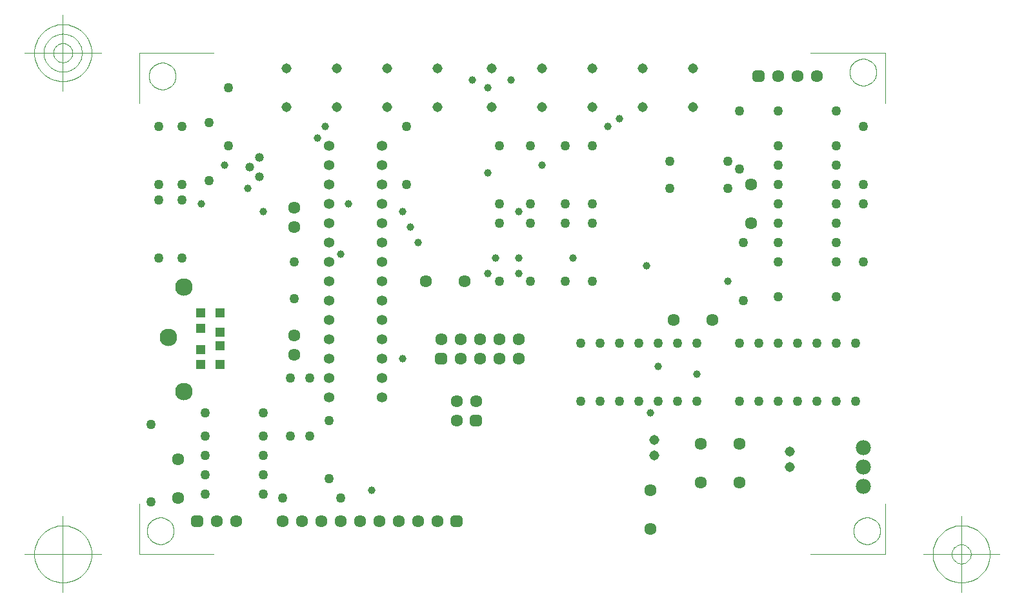
<source format=gbr>
G04 Generated by Ultiboard *
%FSLAX25Y25*%
%MOIN*%

%ADD10C,0.00004*%
%ADD12C,0.00394*%
%ADD13C,0.03937*%
%ADD14C,0.06334*%
%ADD17C,0.05000*%
%ADD18C,0.05166*%
%ADD24R,0.04943X0.04943*%
%ADD20C,0.09055*%
%ADD21C,0.05337*%
%ADD15R,0.02083X0.02083*%
%ADD16C,0.03917*%
%ADD22C,0.04666*%
%ADD23C,0.07834*%


%LNSolder Mask Top*%
%LPD*%
%FSLAX25Y25*%
%MOIN*%
G54D10*
X267890Y7000D02*
X267857Y7675D01*
X267857Y7675D02*
X267757Y8344D01*
X267757Y8344D02*
X267593Y9000D01*
X267593Y9000D02*
X267365Y9637D01*
X267365Y9637D02*
X267076Y10248D01*
X267076Y10248D02*
X266729Y10828D01*
X266729Y10828D02*
X266326Y11371D01*
X266326Y11371D02*
X265872Y11872D01*
X265872Y11872D02*
X265371Y12326D01*
X265371Y12326D02*
X264828Y12729D01*
X264828Y12729D02*
X264248Y13076D01*
X264248Y13076D02*
X263637Y13365D01*
X263637Y13365D02*
X263000Y13593D01*
X263000Y13593D02*
X262344Y13757D01*
X262344Y13757D02*
X261675Y13857D01*
X261675Y13857D02*
X261000Y13890D01*
X261000Y13890D02*
X260325Y13857D01*
X260325Y13857D02*
X259656Y13757D01*
X259656Y13757D02*
X259000Y13593D01*
X259000Y13593D02*
X258363Y13365D01*
X258363Y13365D02*
X257752Y13076D01*
X257752Y13076D02*
X257172Y12729D01*
X257172Y12729D02*
X256629Y12326D01*
X256629Y12326D02*
X256128Y11872D01*
X256128Y11872D02*
X255674Y11371D01*
X255674Y11371D02*
X255271Y10828D01*
X255271Y10828D02*
X254924Y10248D01*
X254924Y10248D02*
X254635Y9637D01*
X254635Y9637D02*
X254407Y9000D01*
X254407Y9000D02*
X254243Y8344D01*
X254243Y8344D02*
X254143Y7675D01*
X254143Y7675D02*
X254110Y7000D01*
X254110Y7000D02*
X254143Y6325D01*
X254143Y6325D02*
X254243Y5656D01*
X254243Y5656D02*
X254407Y5000D01*
X254407Y5000D02*
X254635Y4363D01*
X254635Y4363D02*
X254924Y3752D01*
X254924Y3752D02*
X255271Y3172D01*
X255271Y3172D02*
X255674Y2629D01*
X255674Y2629D02*
X256128Y2128D01*
X256128Y2128D02*
X256629Y1674D01*
X256629Y1674D02*
X257172Y1271D01*
X257172Y1271D02*
X257752Y924D01*
X257752Y924D02*
X258363Y635D01*
X258363Y635D02*
X259000Y407D01*
X259000Y407D02*
X259656Y243D01*
X259656Y243D02*
X260325Y143D01*
X260325Y143D02*
X261000Y110D01*
X261000Y110D02*
X261675Y143D01*
X261675Y143D02*
X262344Y243D01*
X262344Y243D02*
X263000Y407D01*
X263000Y407D02*
X263637Y635D01*
X263637Y635D02*
X264248Y924D01*
X264248Y924D02*
X264828Y1271D01*
X264828Y1271D02*
X265371Y1674D01*
X265371Y1674D02*
X265872Y2128D01*
X265872Y2128D02*
X266326Y2629D01*
X266326Y2629D02*
X266729Y3172D01*
X266729Y3172D02*
X267076Y3752D01*
X267076Y3752D02*
X267365Y4363D01*
X267365Y4363D02*
X267593Y5000D01*
X267593Y5000D02*
X267757Y5656D01*
X267757Y5656D02*
X267857Y6325D01*
X267857Y6325D02*
X267890Y7000D01*
X268890Y242000D02*
X268857Y242675D01*
X268857Y242675D02*
X268757Y243344D01*
X268757Y243344D02*
X268593Y244000D01*
X268593Y244000D02*
X268365Y244637D01*
X268365Y244637D02*
X268076Y245248D01*
X268076Y245248D02*
X267729Y245828D01*
X267729Y245828D02*
X267326Y246371D01*
X267326Y246371D02*
X266872Y246872D01*
X266872Y246872D02*
X266371Y247326D01*
X266371Y247326D02*
X265828Y247729D01*
X265828Y247729D02*
X265248Y248076D01*
X265248Y248076D02*
X264637Y248365D01*
X264637Y248365D02*
X264000Y248593D01*
X264000Y248593D02*
X263344Y248757D01*
X263344Y248757D02*
X262675Y248857D01*
X262675Y248857D02*
X262000Y248890D01*
X262000Y248890D02*
X261325Y248857D01*
X261325Y248857D02*
X260656Y248757D01*
X260656Y248757D02*
X260000Y248593D01*
X260000Y248593D02*
X259363Y248365D01*
X259363Y248365D02*
X258752Y248076D01*
X258752Y248076D02*
X258172Y247729D01*
X258172Y247729D02*
X257629Y247326D01*
X257629Y247326D02*
X257128Y246872D01*
X257128Y246872D02*
X256674Y246371D01*
X256674Y246371D02*
X256271Y245828D01*
X256271Y245828D02*
X255924Y245248D01*
X255924Y245248D02*
X255635Y244637D01*
X255635Y244637D02*
X255407Y244000D01*
X255407Y244000D02*
X255243Y243344D01*
X255243Y243344D02*
X255143Y242675D01*
X255143Y242675D02*
X255110Y242000D01*
X255110Y242000D02*
X255143Y241325D01*
X255143Y241325D02*
X255243Y240656D01*
X255243Y240656D02*
X255407Y240000D01*
X255407Y240000D02*
X255635Y239363D01*
X255635Y239363D02*
X255924Y238752D01*
X255924Y238752D02*
X256271Y238172D01*
X256271Y238172D02*
X256674Y237629D01*
X256674Y237629D02*
X257128Y237128D01*
X257128Y237128D02*
X257629Y236674D01*
X257629Y236674D02*
X258172Y236271D01*
X258172Y236271D02*
X258752Y235924D01*
X258752Y235924D02*
X259363Y235635D01*
X259363Y235635D02*
X260000Y235407D01*
X260000Y235407D02*
X260656Y235243D01*
X260656Y235243D02*
X261325Y235143D01*
X261325Y235143D02*
X262000Y235110D01*
X262000Y235110D02*
X262675Y235143D01*
X262675Y235143D02*
X263344Y235243D01*
X263344Y235243D02*
X264000Y235407D01*
X264000Y235407D02*
X264637Y235635D01*
X264637Y235635D02*
X265248Y235924D01*
X265248Y235924D02*
X265828Y236271D01*
X265828Y236271D02*
X266371Y236674D01*
X266371Y236674D02*
X266872Y237128D01*
X266872Y237128D02*
X267326Y237629D01*
X267326Y237629D02*
X267729Y238172D01*
X267729Y238172D02*
X268076Y238752D01*
X268076Y238752D02*
X268365Y239363D01*
X268365Y239363D02*
X268593Y240000D01*
X268593Y240000D02*
X268757Y240656D01*
X268757Y240656D02*
X268857Y241325D01*
X268857Y241325D02*
X268890Y242000D01*
X632890Y7000D02*
X632857Y7675D01*
X632857Y7675D02*
X632757Y8344D01*
X632757Y8344D02*
X632593Y9000D01*
X632593Y9000D02*
X632365Y9637D01*
X632365Y9637D02*
X632076Y10248D01*
X632076Y10248D02*
X631729Y10828D01*
X631729Y10828D02*
X631326Y11371D01*
X631326Y11371D02*
X630872Y11872D01*
X630872Y11872D02*
X630371Y12326D01*
X630371Y12326D02*
X629828Y12729D01*
X629828Y12729D02*
X629248Y13076D01*
X629248Y13076D02*
X628637Y13365D01*
X628637Y13365D02*
X628000Y13593D01*
X628000Y13593D02*
X627344Y13757D01*
X627344Y13757D02*
X626675Y13857D01*
X626675Y13857D02*
X626000Y13890D01*
X626000Y13890D02*
X625325Y13857D01*
X625325Y13857D02*
X624656Y13757D01*
X624656Y13757D02*
X624000Y13593D01*
X624000Y13593D02*
X623363Y13365D01*
X623363Y13365D02*
X622752Y13076D01*
X622752Y13076D02*
X622172Y12729D01*
X622172Y12729D02*
X621629Y12326D01*
X621629Y12326D02*
X621128Y11872D01*
X621128Y11872D02*
X620674Y11371D01*
X620674Y11371D02*
X620271Y10828D01*
X620271Y10828D02*
X619924Y10248D01*
X619924Y10248D02*
X619635Y9637D01*
X619635Y9637D02*
X619407Y9000D01*
X619407Y9000D02*
X619243Y8344D01*
X619243Y8344D02*
X619143Y7675D01*
X619143Y7675D02*
X619110Y7000D01*
X619110Y7000D02*
X619143Y6325D01*
X619143Y6325D02*
X619243Y5656D01*
X619243Y5656D02*
X619407Y5000D01*
X619407Y5000D02*
X619635Y4363D01*
X619635Y4363D02*
X619924Y3752D01*
X619924Y3752D02*
X620271Y3172D01*
X620271Y3172D02*
X620674Y2629D01*
X620674Y2629D02*
X621128Y2128D01*
X621128Y2128D02*
X621629Y1674D01*
X621629Y1674D02*
X622172Y1271D01*
X622172Y1271D02*
X622752Y924D01*
X622752Y924D02*
X623363Y635D01*
X623363Y635D02*
X624000Y407D01*
X624000Y407D02*
X624656Y243D01*
X624656Y243D02*
X625325Y143D01*
X625325Y143D02*
X626000Y110D01*
X626000Y110D02*
X626675Y143D01*
X626675Y143D02*
X627344Y243D01*
X627344Y243D02*
X628000Y407D01*
X628000Y407D02*
X628637Y635D01*
X628637Y635D02*
X629248Y924D01*
X629248Y924D02*
X629828Y1271D01*
X629828Y1271D02*
X630371Y1674D01*
X630371Y1674D02*
X630872Y2128D01*
X630872Y2128D02*
X631326Y2629D01*
X631326Y2629D02*
X631729Y3172D01*
X631729Y3172D02*
X632076Y3752D01*
X632076Y3752D02*
X632365Y4363D01*
X632365Y4363D02*
X632593Y5000D01*
X632593Y5000D02*
X632757Y5656D01*
X632757Y5656D02*
X632857Y6325D01*
X632857Y6325D02*
X632890Y7000D01*
X630890Y244000D02*
X630857Y244675D01*
X630857Y244675D02*
X630757Y245344D01*
X630757Y245344D02*
X630593Y246000D01*
X630593Y246000D02*
X630365Y246637D01*
X630365Y246637D02*
X630076Y247248D01*
X630076Y247248D02*
X629729Y247828D01*
X629729Y247828D02*
X629326Y248371D01*
X629326Y248371D02*
X628872Y248872D01*
X628872Y248872D02*
X628371Y249326D01*
X628371Y249326D02*
X627828Y249729D01*
X627828Y249729D02*
X627248Y250076D01*
X627248Y250076D02*
X626637Y250365D01*
X626637Y250365D02*
X626000Y250593D01*
X626000Y250593D02*
X625344Y250757D01*
X625344Y250757D02*
X624675Y250857D01*
X624675Y250857D02*
X624000Y250890D01*
X624000Y250890D02*
X623325Y250857D01*
X623325Y250857D02*
X622656Y250757D01*
X622656Y250757D02*
X622000Y250593D01*
X622000Y250593D02*
X621363Y250365D01*
X621363Y250365D02*
X620752Y250076D01*
X620752Y250076D02*
X620172Y249729D01*
X620172Y249729D02*
X619629Y249326D01*
X619629Y249326D02*
X619128Y248872D01*
X619128Y248872D02*
X618674Y248371D01*
X618674Y248371D02*
X618271Y247828D01*
X618271Y247828D02*
X617924Y247248D01*
X617924Y247248D02*
X617635Y246637D01*
X617635Y246637D02*
X617407Y246000D01*
X617407Y246000D02*
X617243Y245344D01*
X617243Y245344D02*
X617143Y244675D01*
X617143Y244675D02*
X617110Y244000D01*
X617110Y244000D02*
X617143Y243325D01*
X617143Y243325D02*
X617243Y242656D01*
X617243Y242656D02*
X617407Y242000D01*
X617407Y242000D02*
X617635Y241363D01*
X617635Y241363D02*
X617924Y240752D01*
X617924Y240752D02*
X618271Y240172D01*
X618271Y240172D02*
X618674Y239629D01*
X618674Y239629D02*
X619128Y239128D01*
X619128Y239128D02*
X619629Y238674D01*
X619629Y238674D02*
X620172Y238271D01*
X620172Y238271D02*
X620752Y237924D01*
X620752Y237924D02*
X621363Y237635D01*
X621363Y237635D02*
X622000Y237407D01*
X622000Y237407D02*
X622656Y237243D01*
X622656Y237243D02*
X623325Y237143D01*
X623325Y237143D02*
X624000Y237110D01*
X624000Y237110D02*
X624675Y237143D01*
X624675Y237143D02*
X625344Y237243D01*
X625344Y237243D02*
X626000Y237407D01*
X626000Y237407D02*
X626637Y237635D01*
X626637Y237635D02*
X627248Y237924D01*
X627248Y237924D02*
X627828Y238271D01*
X627828Y238271D02*
X628371Y238674D01*
X628371Y238674D02*
X628872Y239128D01*
X628872Y239128D02*
X629326Y239629D01*
X629326Y239629D02*
X629729Y240172D01*
X629729Y240172D02*
X630076Y240752D01*
X630076Y240752D02*
X630365Y241363D01*
X630365Y241363D02*
X630593Y242000D01*
X630593Y242000D02*
X630757Y242656D01*
X630757Y242656D02*
X630857Y243325D01*
X630857Y243325D02*
X630890Y244000D01*
G54D12*
X250000Y-5000D02*
X250000Y20900D01*
X250000Y-5000D02*
X288541Y-5000D01*
X635413Y-5000D02*
X596872Y-5000D01*
X635413Y-5000D02*
X635413Y20900D01*
X635413Y254000D02*
X635413Y228100D01*
X635413Y254000D02*
X596872Y254000D01*
X250000Y254000D02*
X288541Y254000D01*
X250000Y254000D02*
X250000Y228100D01*
X230315Y-5000D02*
X190945Y-5000D01*
X210630Y-24685D02*
X210630Y14685D01*
X225394Y-5000D02*
X225323Y-3553D01*
X225323Y-3553D02*
X225110Y-2120D01*
X225110Y-2120D02*
X224758Y-714D01*
X224758Y-714D02*
X224270Y650D01*
X224270Y650D02*
X223650Y1960D01*
X223650Y1960D02*
X222906Y3202D01*
X222906Y3202D02*
X222042Y4366D01*
X222042Y4366D02*
X221069Y5440D01*
X221069Y5440D02*
X219996Y6413D01*
X219996Y6413D02*
X218832Y7276D01*
X218832Y7276D02*
X217590Y8020D01*
X217590Y8020D02*
X216280Y8640D01*
X216280Y8640D02*
X214916Y9128D01*
X214916Y9128D02*
X213510Y9480D01*
X213510Y9480D02*
X212077Y9693D01*
X212077Y9693D02*
X210630Y9764D01*
X210630Y9764D02*
X209183Y9693D01*
X209183Y9693D02*
X207750Y9480D01*
X207750Y9480D02*
X206344Y9128D01*
X206344Y9128D02*
X204980Y8640D01*
X204980Y8640D02*
X203670Y8020D01*
X203670Y8020D02*
X202428Y7276D01*
X202428Y7276D02*
X201264Y6413D01*
X201264Y6413D02*
X200190Y5440D01*
X200190Y5440D02*
X199217Y4366D01*
X199217Y4366D02*
X198354Y3202D01*
X198354Y3202D02*
X197609Y1960D01*
X197609Y1960D02*
X196990Y650D01*
X196990Y650D02*
X196502Y-714D01*
X196502Y-714D02*
X196150Y-2120D01*
X196150Y-2120D02*
X195937Y-3553D01*
X195937Y-3553D02*
X195866Y-5000D01*
X195866Y-5000D02*
X195937Y-6447D01*
X195937Y-6447D02*
X196150Y-7880D01*
X196150Y-7880D02*
X196502Y-9286D01*
X196502Y-9286D02*
X196990Y-10650D01*
X196990Y-10650D02*
X197609Y-11960D01*
X197609Y-11960D02*
X198354Y-13202D01*
X198354Y-13202D02*
X199217Y-14366D01*
X199217Y-14366D02*
X200190Y-15440D01*
X200190Y-15440D02*
X201264Y-16413D01*
X201264Y-16413D02*
X202428Y-17276D01*
X202428Y-17276D02*
X203670Y-18020D01*
X203670Y-18020D02*
X204980Y-18640D01*
X204980Y-18640D02*
X206344Y-19128D01*
X206344Y-19128D02*
X207750Y-19480D01*
X207750Y-19480D02*
X209183Y-19693D01*
X209183Y-19693D02*
X210630Y-19764D01*
X210630Y-19764D02*
X212077Y-19693D01*
X212077Y-19693D02*
X213510Y-19480D01*
X213510Y-19480D02*
X214916Y-19128D01*
X214916Y-19128D02*
X216280Y-18640D01*
X216280Y-18640D02*
X217590Y-18020D01*
X217590Y-18020D02*
X218832Y-17276D01*
X218832Y-17276D02*
X219996Y-16413D01*
X219996Y-16413D02*
X221069Y-15440D01*
X221069Y-15440D02*
X222042Y-14366D01*
X222042Y-14366D02*
X222906Y-13202D01*
X222906Y-13202D02*
X223650Y-11960D01*
X223650Y-11960D02*
X224270Y-10650D01*
X224270Y-10650D02*
X224758Y-9286D01*
X224758Y-9286D02*
X225110Y-7880D01*
X225110Y-7880D02*
X225323Y-6447D01*
X225323Y-6447D02*
X225394Y-5000D01*
X655098Y-5000D02*
X694468Y-5000D01*
X674783Y-24685D02*
X674783Y14685D01*
X689547Y-5000D02*
X689476Y-3553D01*
X689476Y-3553D02*
X689263Y-2120D01*
X689263Y-2120D02*
X688911Y-714D01*
X688911Y-714D02*
X688423Y650D01*
X688423Y650D02*
X687804Y1960D01*
X687804Y1960D02*
X687059Y3202D01*
X687059Y3202D02*
X686196Y4366D01*
X686196Y4366D02*
X685223Y5440D01*
X685223Y5440D02*
X684149Y6413D01*
X684149Y6413D02*
X682985Y7276D01*
X682985Y7276D02*
X681743Y8020D01*
X681743Y8020D02*
X680433Y8640D01*
X680433Y8640D02*
X679069Y9128D01*
X679069Y9128D02*
X677663Y9480D01*
X677663Y9480D02*
X676230Y9693D01*
X676230Y9693D02*
X674783Y9764D01*
X674783Y9764D02*
X673336Y9693D01*
X673336Y9693D02*
X671903Y9480D01*
X671903Y9480D02*
X670497Y9128D01*
X670497Y9128D02*
X669133Y8640D01*
X669133Y8640D02*
X667823Y8020D01*
X667823Y8020D02*
X666581Y7276D01*
X666581Y7276D02*
X665417Y6413D01*
X665417Y6413D02*
X664344Y5440D01*
X664344Y5440D02*
X663371Y4366D01*
X663371Y4366D02*
X662507Y3202D01*
X662507Y3202D02*
X661763Y1960D01*
X661763Y1960D02*
X661143Y650D01*
X661143Y650D02*
X660655Y-714D01*
X660655Y-714D02*
X660303Y-2120D01*
X660303Y-2120D02*
X660090Y-3553D01*
X660090Y-3553D02*
X660019Y-5000D01*
X660019Y-5000D02*
X660090Y-6447D01*
X660090Y-6447D02*
X660303Y-7880D01*
X660303Y-7880D02*
X660655Y-9286D01*
X660655Y-9286D02*
X661143Y-10650D01*
X661143Y-10650D02*
X661763Y-11960D01*
X661763Y-11960D02*
X662507Y-13202D01*
X662507Y-13202D02*
X663371Y-14366D01*
X663371Y-14366D02*
X664344Y-15440D01*
X664344Y-15440D02*
X665417Y-16413D01*
X665417Y-16413D02*
X666581Y-17276D01*
X666581Y-17276D02*
X667823Y-18020D01*
X667823Y-18020D02*
X669133Y-18640D01*
X669133Y-18640D02*
X670497Y-19128D01*
X670497Y-19128D02*
X671903Y-19480D01*
X671903Y-19480D02*
X673336Y-19693D01*
X673336Y-19693D02*
X674783Y-19764D01*
X674783Y-19764D02*
X676230Y-19693D01*
X676230Y-19693D02*
X677663Y-19480D01*
X677663Y-19480D02*
X679069Y-19128D01*
X679069Y-19128D02*
X680433Y-18640D01*
X680433Y-18640D02*
X681743Y-18020D01*
X681743Y-18020D02*
X682985Y-17276D01*
X682985Y-17276D02*
X684149Y-16413D01*
X684149Y-16413D02*
X685223Y-15440D01*
X685223Y-15440D02*
X686196Y-14366D01*
X686196Y-14366D02*
X687059Y-13202D01*
X687059Y-13202D02*
X687804Y-11960D01*
X687804Y-11960D02*
X688423Y-10650D01*
X688423Y-10650D02*
X688911Y-9286D01*
X688911Y-9286D02*
X689263Y-7880D01*
X689263Y-7880D02*
X689476Y-6447D01*
X689476Y-6447D02*
X689547Y-5000D01*
X679704Y-5000D02*
X679681Y-4518D01*
X679681Y-4518D02*
X679610Y-4040D01*
X679610Y-4040D02*
X679492Y-3571D01*
X679492Y-3571D02*
X679330Y-3117D01*
X679330Y-3117D02*
X679123Y-2680D01*
X679123Y-2680D02*
X678875Y-2266D01*
X678875Y-2266D02*
X678587Y-1878D01*
X678587Y-1878D02*
X678263Y-1520D01*
X678263Y-1520D02*
X677905Y-1196D01*
X677905Y-1196D02*
X677517Y-908D01*
X677517Y-908D02*
X677103Y-660D01*
X677103Y-660D02*
X676666Y-453D01*
X676666Y-453D02*
X676212Y-291D01*
X676212Y-291D02*
X675743Y-173D01*
X675743Y-173D02*
X675265Y-102D01*
X675265Y-102D02*
X674783Y-79D01*
X674783Y-79D02*
X674301Y-102D01*
X674301Y-102D02*
X673823Y-173D01*
X673823Y-173D02*
X673355Y-291D01*
X673355Y-291D02*
X672900Y-453D01*
X672900Y-453D02*
X672463Y-660D01*
X672463Y-660D02*
X672049Y-908D01*
X672049Y-908D02*
X671661Y-1196D01*
X671661Y-1196D02*
X671303Y-1520D01*
X671303Y-1520D02*
X670979Y-1878D01*
X670979Y-1878D02*
X670691Y-2266D01*
X670691Y-2266D02*
X670443Y-2680D01*
X670443Y-2680D02*
X670236Y-3117D01*
X670236Y-3117D02*
X670074Y-3571D01*
X670074Y-3571D02*
X669956Y-4040D01*
X669956Y-4040D02*
X669886Y-4518D01*
X669886Y-4518D02*
X669862Y-5000D01*
X669862Y-5000D02*
X669886Y-5482D01*
X669886Y-5482D02*
X669956Y-5960D01*
X669956Y-5960D02*
X670074Y-6429D01*
X670074Y-6429D02*
X670236Y-6883D01*
X670236Y-6883D02*
X670443Y-7320D01*
X670443Y-7320D02*
X670691Y-7734D01*
X670691Y-7734D02*
X670979Y-8122D01*
X670979Y-8122D02*
X671303Y-8480D01*
X671303Y-8480D02*
X671661Y-8804D01*
X671661Y-8804D02*
X672049Y-9092D01*
X672049Y-9092D02*
X672463Y-9340D01*
X672463Y-9340D02*
X672900Y-9547D01*
X672900Y-9547D02*
X673355Y-9709D01*
X673355Y-9709D02*
X673823Y-9827D01*
X673823Y-9827D02*
X674301Y-9898D01*
X674301Y-9898D02*
X674783Y-9921D01*
X674783Y-9921D02*
X675265Y-9898D01*
X675265Y-9898D02*
X675743Y-9827D01*
X675743Y-9827D02*
X676212Y-9709D01*
X676212Y-9709D02*
X676666Y-9547D01*
X676666Y-9547D02*
X677103Y-9340D01*
X677103Y-9340D02*
X677517Y-9092D01*
X677517Y-9092D02*
X677905Y-8804D01*
X677905Y-8804D02*
X678263Y-8480D01*
X678263Y-8480D02*
X678587Y-8122D01*
X678587Y-8122D02*
X678875Y-7734D01*
X678875Y-7734D02*
X679123Y-7320D01*
X679123Y-7320D02*
X679330Y-6883D01*
X679330Y-6883D02*
X679492Y-6429D01*
X679492Y-6429D02*
X679610Y-5960D01*
X679610Y-5960D02*
X679681Y-5482D01*
X679681Y-5482D02*
X679704Y-5000D01*
X230315Y254000D02*
X190945Y254000D01*
X210630Y234315D02*
X210630Y273685D01*
X225394Y254000D02*
X225323Y255447D01*
X225323Y255447D02*
X225110Y256880D01*
X225110Y256880D02*
X224758Y258286D01*
X224758Y258286D02*
X224270Y259650D01*
X224270Y259650D02*
X223650Y260960D01*
X223650Y260960D02*
X222906Y262202D01*
X222906Y262202D02*
X222042Y263366D01*
X222042Y263366D02*
X221069Y264440D01*
X221069Y264440D02*
X219996Y265413D01*
X219996Y265413D02*
X218832Y266276D01*
X218832Y266276D02*
X217590Y267020D01*
X217590Y267020D02*
X216280Y267640D01*
X216280Y267640D02*
X214916Y268128D01*
X214916Y268128D02*
X213510Y268480D01*
X213510Y268480D02*
X212077Y268693D01*
X212077Y268693D02*
X210630Y268764D01*
X210630Y268764D02*
X209183Y268693D01*
X209183Y268693D02*
X207750Y268480D01*
X207750Y268480D02*
X206344Y268128D01*
X206344Y268128D02*
X204980Y267640D01*
X204980Y267640D02*
X203670Y267020D01*
X203670Y267020D02*
X202428Y266276D01*
X202428Y266276D02*
X201264Y265413D01*
X201264Y265413D02*
X200190Y264440D01*
X200190Y264440D02*
X199217Y263366D01*
X199217Y263366D02*
X198354Y262202D01*
X198354Y262202D02*
X197609Y260960D01*
X197609Y260960D02*
X196990Y259650D01*
X196990Y259650D02*
X196502Y258286D01*
X196502Y258286D02*
X196150Y256880D01*
X196150Y256880D02*
X195937Y255447D01*
X195937Y255447D02*
X195866Y254000D01*
X195866Y254000D02*
X195937Y252553D01*
X195937Y252553D02*
X196150Y251120D01*
X196150Y251120D02*
X196502Y249714D01*
X196502Y249714D02*
X196990Y248350D01*
X196990Y248350D02*
X197609Y247040D01*
X197609Y247040D02*
X198354Y245798D01*
X198354Y245798D02*
X199217Y244634D01*
X199217Y244634D02*
X200190Y243560D01*
X200190Y243560D02*
X201264Y242587D01*
X201264Y242587D02*
X202428Y241724D01*
X202428Y241724D02*
X203670Y240980D01*
X203670Y240980D02*
X204980Y240360D01*
X204980Y240360D02*
X206344Y239872D01*
X206344Y239872D02*
X207750Y239520D01*
X207750Y239520D02*
X209183Y239307D01*
X209183Y239307D02*
X210630Y239236D01*
X210630Y239236D02*
X212077Y239307D01*
X212077Y239307D02*
X213510Y239520D01*
X213510Y239520D02*
X214916Y239872D01*
X214916Y239872D02*
X216280Y240360D01*
X216280Y240360D02*
X217590Y240980D01*
X217590Y240980D02*
X218832Y241724D01*
X218832Y241724D02*
X219996Y242587D01*
X219996Y242587D02*
X221069Y243560D01*
X221069Y243560D02*
X222042Y244634D01*
X222042Y244634D02*
X222906Y245798D01*
X222906Y245798D02*
X223650Y247040D01*
X223650Y247040D02*
X224270Y248350D01*
X224270Y248350D02*
X224758Y249714D01*
X224758Y249714D02*
X225110Y251120D01*
X225110Y251120D02*
X225323Y252553D01*
X225323Y252553D02*
X225394Y254000D01*
X220472Y254000D02*
X220425Y254965D01*
X220425Y254965D02*
X220283Y255920D01*
X220283Y255920D02*
X220049Y256857D01*
X220049Y256857D02*
X219723Y257767D01*
X219723Y257767D02*
X219310Y258640D01*
X219310Y258640D02*
X218814Y259468D01*
X218814Y259468D02*
X218238Y260244D01*
X218238Y260244D02*
X217590Y260960D01*
X217590Y260960D02*
X216874Y261608D01*
X216874Y261608D02*
X216098Y262184D01*
X216098Y262184D02*
X215270Y262680D01*
X215270Y262680D02*
X214396Y263093D01*
X214396Y263093D02*
X213487Y263419D01*
X213487Y263419D02*
X212550Y263653D01*
X212550Y263653D02*
X211595Y263795D01*
X211595Y263795D02*
X210630Y263843D01*
X210630Y263843D02*
X209665Y263795D01*
X209665Y263795D02*
X208710Y263653D01*
X208710Y263653D02*
X207773Y263419D01*
X207773Y263419D02*
X206863Y263093D01*
X206863Y263093D02*
X205990Y262680D01*
X205990Y262680D02*
X205162Y262184D01*
X205162Y262184D02*
X204386Y261608D01*
X204386Y261608D02*
X203670Y260960D01*
X203670Y260960D02*
X203022Y260244D01*
X203022Y260244D02*
X202446Y259468D01*
X202446Y259468D02*
X201950Y258640D01*
X201950Y258640D02*
X201537Y257767D01*
X201537Y257767D02*
X201211Y256857D01*
X201211Y256857D02*
X200977Y255920D01*
X200977Y255920D02*
X200835Y254965D01*
X200835Y254965D02*
X200787Y254000D01*
X200787Y254000D02*
X200835Y253035D01*
X200835Y253035D02*
X200977Y252080D01*
X200977Y252080D02*
X201211Y251143D01*
X201211Y251143D02*
X201537Y250233D01*
X201537Y250233D02*
X201950Y249360D01*
X201950Y249360D02*
X202446Y248532D01*
X202446Y248532D02*
X203022Y247756D01*
X203022Y247756D02*
X203670Y247040D01*
X203670Y247040D02*
X204386Y246392D01*
X204386Y246392D02*
X205162Y245816D01*
X205162Y245816D02*
X205990Y245320D01*
X205990Y245320D02*
X206863Y244907D01*
X206863Y244907D02*
X207773Y244581D01*
X207773Y244581D02*
X208710Y244347D01*
X208710Y244347D02*
X209665Y244205D01*
X209665Y244205D02*
X210630Y244157D01*
X210630Y244157D02*
X211595Y244205D01*
X211595Y244205D02*
X212550Y244347D01*
X212550Y244347D02*
X213487Y244581D01*
X213487Y244581D02*
X214396Y244907D01*
X214396Y244907D02*
X215270Y245320D01*
X215270Y245320D02*
X216098Y245816D01*
X216098Y245816D02*
X216874Y246392D01*
X216874Y246392D02*
X217590Y247040D01*
X217590Y247040D02*
X218238Y247756D01*
X218238Y247756D02*
X218814Y248532D01*
X218814Y248532D02*
X219310Y249360D01*
X219310Y249360D02*
X219723Y250233D01*
X219723Y250233D02*
X220049Y251143D01*
X220049Y251143D02*
X220283Y252080D01*
X220283Y252080D02*
X220425Y253035D01*
X220425Y253035D02*
X220472Y254000D01*
X215551Y254000D02*
X215527Y254482D01*
X215527Y254482D02*
X215457Y254960D01*
X215457Y254960D02*
X215339Y255429D01*
X215339Y255429D02*
X215177Y255883D01*
X215177Y255883D02*
X214970Y256320D01*
X214970Y256320D02*
X214722Y256734D01*
X214722Y256734D02*
X214434Y257122D01*
X214434Y257122D02*
X214110Y257480D01*
X214110Y257480D02*
X213752Y257804D01*
X213752Y257804D02*
X213364Y258092D01*
X213364Y258092D02*
X212950Y258340D01*
X212950Y258340D02*
X212513Y258547D01*
X212513Y258547D02*
X212058Y258709D01*
X212058Y258709D02*
X211590Y258827D01*
X211590Y258827D02*
X211112Y258898D01*
X211112Y258898D02*
X210630Y258921D01*
X210630Y258921D02*
X210148Y258898D01*
X210148Y258898D02*
X209670Y258827D01*
X209670Y258827D02*
X209201Y258709D01*
X209201Y258709D02*
X208747Y258547D01*
X208747Y258547D02*
X208310Y258340D01*
X208310Y258340D02*
X207896Y258092D01*
X207896Y258092D02*
X207508Y257804D01*
X207508Y257804D02*
X207150Y257480D01*
X207150Y257480D02*
X206826Y257122D01*
X206826Y257122D02*
X206538Y256734D01*
X206538Y256734D02*
X206290Y256320D01*
X206290Y256320D02*
X206083Y255883D01*
X206083Y255883D02*
X205921Y255429D01*
X205921Y255429D02*
X205803Y254960D01*
X205803Y254960D02*
X205732Y254482D01*
X205732Y254482D02*
X205709Y254000D01*
X205709Y254000D02*
X205732Y253518D01*
X205732Y253518D02*
X205803Y253040D01*
X205803Y253040D02*
X205921Y252571D01*
X205921Y252571D02*
X206083Y252117D01*
X206083Y252117D02*
X206290Y251680D01*
X206290Y251680D02*
X206538Y251266D01*
X206538Y251266D02*
X206826Y250878D01*
X206826Y250878D02*
X207150Y250520D01*
X207150Y250520D02*
X207508Y250196D01*
X207508Y250196D02*
X207896Y249908D01*
X207896Y249908D02*
X208310Y249660D01*
X208310Y249660D02*
X208747Y249453D01*
X208747Y249453D02*
X209201Y249291D01*
X209201Y249291D02*
X209670Y249173D01*
X209670Y249173D02*
X210148Y249102D01*
X210148Y249102D02*
X210630Y249079D01*
X210630Y249079D02*
X211112Y249102D01*
X211112Y249102D02*
X211590Y249173D01*
X211590Y249173D02*
X212058Y249291D01*
X212058Y249291D02*
X212513Y249453D01*
X212513Y249453D02*
X212950Y249660D01*
X212950Y249660D02*
X213364Y249908D01*
X213364Y249908D02*
X213752Y250196D01*
X213752Y250196D02*
X214110Y250520D01*
X214110Y250520D02*
X214434Y250878D01*
X214434Y250878D02*
X214722Y251266D01*
X214722Y251266D02*
X214970Y251680D01*
X214970Y251680D02*
X215177Y252117D01*
X215177Y252117D02*
X215339Y252571D01*
X215339Y252571D02*
X215457Y253040D01*
X215457Y253040D02*
X215527Y253518D01*
X215527Y253518D02*
X215551Y254000D01*
G54D13*
X370000Y28000D03*
X314000Y172000D03*
X282000Y176000D03*
X306000Y184000D03*
X294000Y196000D03*
X354000Y150000D03*
X358000Y176000D03*
X346000Y216000D03*
X342000Y210000D03*
X386000Y96000D03*
X442000Y240000D03*
X394000Y156000D03*
X386000Y172000D03*
X390000Y164000D03*
X430000Y140000D03*
X434000Y148000D03*
X430000Y192000D03*
X422000Y240000D03*
X430000Y236000D03*
X474000Y148000D03*
X446000Y140000D03*
X446000Y148000D03*
X446000Y172000D03*
X458000Y196000D03*
X498000Y220000D03*
X492000Y216000D03*
X538000Y88000D03*
X518000Y92000D03*
X514000Y68000D03*
X512000Y144000D03*
X554000Y136000D03*
G54D14*
X514000Y8000D03*
X514000Y28000D03*
X344000Y12000D03*
X324000Y12000D03*
X334000Y12000D03*
X364000Y12000D03*
X354000Y12000D03*
X374000Y12000D03*
X394000Y12000D03*
X384000Y12000D03*
X404000Y12000D03*
X300000Y12000D03*
X290000Y12000D03*
X270000Y24000D03*
X270000Y44000D03*
X330000Y108000D03*
X330000Y98000D03*
X330000Y174000D03*
X330000Y164000D03*
X398000Y136000D03*
X418000Y136000D03*
X406000Y106000D03*
X416000Y96000D03*
X426000Y96000D03*
X436000Y96000D03*
X426000Y106000D03*
X416000Y106000D03*
X436000Y106000D03*
X446000Y96000D03*
X446000Y106000D03*
X414000Y64000D03*
X424000Y74000D03*
X414000Y74000D03*
X526000Y116000D03*
X546000Y116000D03*
X560000Y32000D03*
X560000Y52000D03*
X540000Y32000D03*
X540000Y52000D03*
X566000Y186000D03*
X566000Y166000D03*
X600000Y242000D03*
X580000Y242000D03*
X590000Y242000D03*
G54D17*
X488000Y74000D03*
X478000Y74000D03*
X498000Y74000D03*
X538000Y74000D03*
X518000Y74000D03*
X508000Y74000D03*
X528000Y74000D03*
X488000Y104000D03*
X478000Y104000D03*
X498000Y104000D03*
X538000Y104000D03*
X518000Y104000D03*
X508000Y104000D03*
X528000Y104000D03*
X256000Y62000D03*
X256000Y22000D03*
X330000Y126833D03*
X330000Y146000D03*
X284000Y56000D03*
X284000Y46000D03*
X284000Y36000D03*
X284000Y26000D03*
X314000Y56000D03*
X314000Y26000D03*
X314000Y46000D03*
X314000Y36000D03*
X314000Y68000D03*
X284000Y68000D03*
X348000Y64000D03*
X348000Y34000D03*
X338000Y56000D03*
X338000Y86000D03*
X328000Y56000D03*
X328000Y86000D03*
X324000Y24000D03*
X354000Y24000D03*
X260000Y186000D03*
X260000Y216000D03*
X286000Y188000D03*
X286000Y218000D03*
X272000Y186000D03*
X272000Y216000D03*
X260000Y148000D03*
X260000Y178000D03*
X272000Y148000D03*
X272000Y178000D03*
X296000Y206000D03*
X296000Y236000D03*
X436000Y136000D03*
X436000Y166000D03*
X436000Y176000D03*
X436000Y206000D03*
X388000Y186000D03*
X388000Y216000D03*
X452000Y176000D03*
X452000Y206000D03*
X470000Y176000D03*
X470000Y206000D03*
X484000Y176000D03*
X484000Y206000D03*
X470000Y136000D03*
X470000Y166000D03*
X452000Y136000D03*
X452000Y166000D03*
X484000Y136000D03*
X484000Y166000D03*
X570000Y74000D03*
X560000Y74000D03*
X600000Y74000D03*
X580000Y74000D03*
X590000Y74000D03*
X610000Y74000D03*
X620000Y74000D03*
X570000Y104000D03*
X560000Y104000D03*
X600000Y104000D03*
X580000Y104000D03*
X590000Y104000D03*
X610000Y104000D03*
X620000Y104000D03*
X624000Y186000D03*
X624000Y216000D03*
X624000Y146000D03*
X624000Y176000D03*
X580000Y128000D03*
X610000Y128000D03*
X562000Y126000D03*
X562000Y156000D03*
X580000Y186000D03*
X580000Y156000D03*
X580000Y146000D03*
X580000Y176000D03*
X580000Y166000D03*
X580000Y206000D03*
X580000Y196000D03*
X610000Y186000D03*
X610000Y156000D03*
X610000Y146000D03*
X610000Y176000D03*
X610000Y166000D03*
X610000Y206000D03*
X610000Y196000D03*
X524000Y198000D03*
X554000Y198000D03*
X524000Y184000D03*
X554000Y184000D03*
X560000Y194000D03*
X560000Y224000D03*
X580000Y224000D03*
X610000Y224000D03*
G54D18*
X510000Y226000D03*
X510000Y246000D03*
X516000Y46000D03*
X516000Y53833D03*
X378000Y246000D03*
X378000Y226000D03*
X326000Y226000D03*
X326000Y246000D03*
X352000Y226000D03*
X352000Y246000D03*
X432000Y226000D03*
X432000Y246000D03*
X404000Y226000D03*
X404000Y246000D03*
X484000Y226000D03*
X484000Y246000D03*
X458000Y246000D03*
X458000Y226000D03*
X586000Y47814D03*
X586000Y39981D03*
X536000Y226000D03*
X536000Y246000D03*
G54D24*
X281906Y119591D03*
X281906Y100693D03*
X281906Y92819D03*
X281906Y111677D03*
X291748Y92819D03*
X291748Y109748D03*
X291748Y102661D03*
X291748Y119591D03*
G54D20*
X273047Y79000D03*
X265173Y107000D03*
X273047Y133000D03*
G54D21*
X375559Y206000D03*
X375559Y146000D03*
X375559Y176000D03*
X375559Y196000D03*
X375559Y186000D03*
X375559Y156000D03*
X375559Y166000D03*
X375559Y126000D03*
X375559Y136000D03*
X375559Y116000D03*
X375559Y96000D03*
X375559Y106000D03*
X375559Y86000D03*
X375559Y76000D03*
X348000Y126000D03*
X348000Y116000D03*
X348000Y106000D03*
X348000Y96000D03*
X348000Y86000D03*
X348000Y76000D03*
X348000Y186000D03*
X348000Y166000D03*
X348000Y176000D03*
X348000Y156000D03*
X348000Y146000D03*
X348000Y136000D03*
X348000Y206000D03*
X348000Y196000D03*
G54D15*
X414000Y12000D03*
X280000Y12000D03*
X406000Y96000D03*
X424000Y64000D03*
X570000Y242000D03*
G54D16*
X412959Y10959D02*
X415041Y10959D01*
X415041Y13041D01*
X412959Y13041D01*
X412959Y10959D01*D02*
X278959Y10959D02*
X281041Y10959D01*
X281041Y13041D01*
X278959Y13041D01*
X278959Y10959D01*D02*
X404959Y94959D02*
X407041Y94959D01*
X407041Y97041D01*
X404959Y97041D01*
X404959Y94959D01*D02*
X422959Y62959D02*
X425041Y62959D01*
X425041Y65041D01*
X422959Y65041D01*
X422959Y62959D01*D02*
X568959Y240959D02*
X571041Y240959D01*
X571041Y243041D01*
X568959Y243041D01*
X568959Y240959D01*D02*
G54D22*
X312000Y190000D03*
X312000Y200000D03*
X307000Y195000D03*
G54D23*
X624000Y30000D03*
X624000Y50000D03*
X624000Y40000D03*

M00*

</source>
